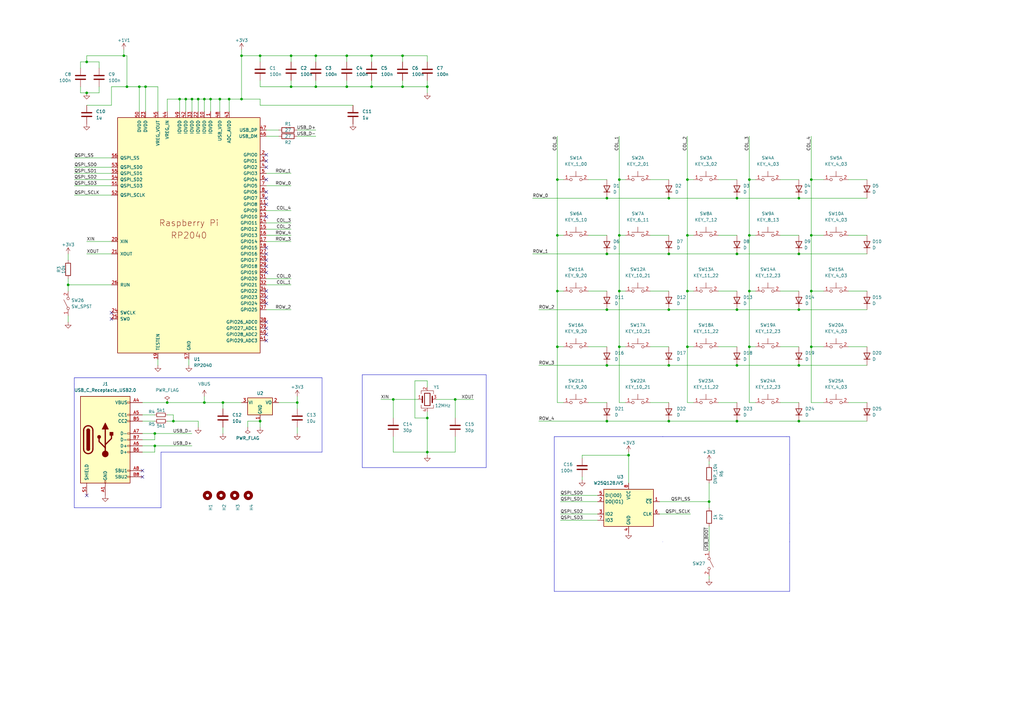
<source format=kicad_sch>
(kicad_sch (version 20230121) (generator eeschema)
  (paper "A3")
  (junction (at 332.74 73.66))
  (junction (at 57.15 35.56))
  (junction (at 59.69 35.56))
  (junction (at 254 73.66))
  (junction (at 78.74 40.64))
  (junction (at 175.26 171.45))
  (junction (at 257.81 186.69))
  (junction (at 35.56 38.1))
  (junction (at 71.12 172.72))
  (junction (at 302.26 127))
  (junction (at 281.94 96.52))
  (junction (at 76.2 40.64))
  (junction (at 228.6 142.24))
  (junction (at 121.92 165.1))
  (junction (at 86.36 40.64))
  (junction (at 327.66 81.28))
  (junction (at 165.1 35.56))
  (junction (at 254 96.52))
  (junction (at 73.66 40.64))
  (junction (at 99.06 22.86))
  (junction (at 106.68 172.72))
  (junction (at 119.38 22.86))
  (junction (at 35.56 25.4))
  (junction (at 63.5 177.8))
  (junction (at 175.26 35.56))
  (junction (at 281.94 142.24))
  (junction (at 90.17 40.64))
  (junction (at 175.26 185.42))
  (junction (at 274.32 172.72))
  (junction (at 302.26 172.72))
  (junction (at 186.69 163.83))
  (junction (at 254 142.24))
  (junction (at 327.66 127))
  (junction (at 119.38 35.56))
  (junction (at 83.82 40.64))
  (junction (at 274.32 127))
  (junction (at 254 119.38))
  (junction (at 302.26 149.86))
  (junction (at 327.66 104.14))
  (junction (at 50.8 22.86))
  (junction (at 307.34 119.38))
  (junction (at 152.4 22.86))
  (junction (at 332.74 119.38))
  (junction (at 327.66 149.86))
  (junction (at 302.26 81.28))
  (junction (at 142.24 35.56))
  (junction (at 68.58 165.1))
  (junction (at 129.54 35.56))
  (junction (at 281.94 73.66))
  (junction (at 52.07 35.56))
  (junction (at 228.6 119.38))
  (junction (at 27.94 116.84))
  (junction (at 142.24 22.86))
  (junction (at 165.1 22.86))
  (junction (at 91.44 165.1))
  (junction (at 307.34 142.24))
  (junction (at 248.92 81.28))
  (junction (at 93.98 40.64))
  (junction (at 81.28 40.64))
  (junction (at 129.54 22.86))
  (junction (at 248.92 149.86))
  (junction (at 307.34 96.52))
  (junction (at 274.32 149.86))
  (junction (at 248.92 104.14))
  (junction (at 152.4 35.56))
  (junction (at 228.6 96.52))
  (junction (at 332.74 96.52))
  (junction (at 228.6 73.66))
  (junction (at 248.92 127))
  (junction (at 327.66 172.72))
  (junction (at 161.29 163.83))
  (junction (at 248.92 172.72))
  (junction (at 274.32 81.28))
  (junction (at 290.83 205.74))
  (junction (at 302.26 104.14))
  (junction (at 274.32 104.14))
  (junction (at 281.94 119.38))
  (junction (at 307.34 73.66))
  (junction (at 332.74 142.24))
  (junction (at 83.82 165.1))
  (junction (at 106.68 22.86))
  (junction (at 99.06 40.64))
  (junction (at 63.5 182.88))
  (no_connect (at 109.22 137.16))
  (no_connect (at 109.22 119.38))
  (no_connect (at 109.22 63.5))
  (no_connect (at 109.22 111.76))
  (no_connect (at 109.22 109.22))
  (no_connect (at 109.22 66.04))
  (no_connect (at 109.22 68.58))
  (no_connect (at 109.22 73.66))
  (no_connect (at 109.22 88.9))
  (no_connect (at 109.22 132.08))
  (no_connect (at 35.56 203.2))
  (no_connect (at 109.22 83.82))
  (no_connect (at 109.22 78.74))
  (no_connect (at 58.42 193.04))
  (no_connect (at 45.72 128.27))
  (no_connect (at 109.22 139.7))
  (no_connect (at 109.22 106.68))
  (no_connect (at 58.42 195.58))
  (no_connect (at 109.22 104.14))
  (no_connect (at 109.22 101.6))
  (no_connect (at 109.22 81.28))
  (no_connect (at 109.22 121.92))
  (no_connect (at 109.22 124.46))
  (no_connect (at 109.22 134.62))
  (no_connect (at 45.72 130.81))
  (wire (pts (xy 281.94 165.1) (xy 284.48 165.1)))
  (wire (pts (xy 30.48 76.2) (xy 45.72 76.2)))
  (wire (pts (xy 302.26 172.72) (xy 327.66 172.72)))
  (wire (pts (xy 281.94 55.88) (xy 281.94 73.66)))
  (wire (pts (xy 165.1 35.56) (xy 175.26 35.56)))
  (polyline (pts (xy 227.33 242.57) (xy 323.85 242.57)))
  (wire (pts (xy 254 55.88) (xy 254 73.66)))
  (wire (pts (xy 58.42 170.18) (xy 63.5 170.18)))
  (wire (pts (xy 90.17 40.64) (xy 90.17 45.72)))
  (wire (pts (xy 57.15 35.56) (xy 57.15 45.72)))
  (wire (pts (xy 142.24 22.86) (xy 142.24 25.4)))
  (wire (pts (xy 266.7 142.24) (xy 274.32 142.24)))
  (wire (pts (xy 93.98 40.64) (xy 90.17 40.64)))
  (polyline (pts (xy 30.48 154.94) (xy 30.48 157.48)))
  (wire (pts (xy 320.04 142.24) (xy 327.66 142.24)))
  (wire (pts (xy 228.6 165.1) (xy 231.14 165.1)))
  (wire (pts (xy 307.34 96.52) (xy 307.34 119.38)))
  (wire (pts (xy 294.64 165.1) (xy 302.26 165.1)))
  (wire (pts (xy 266.7 96.52) (xy 274.32 96.52)))
  (wire (pts (xy 241.3 96.52) (xy 248.92 96.52)))
  (wire (pts (xy 63.5 177.8) (xy 78.74 177.8)))
  (wire (pts (xy 332.74 55.88) (xy 332.74 73.66)))
  (wire (pts (xy 307.34 73.66) (xy 307.34 96.52)))
  (polyline (pts (xy 271.78 222.25) (xy 271.78 222.25)))
  (wire (pts (xy 99.06 40.64) (xy 106.68 40.64)))
  (wire (pts (xy 52.07 35.56) (xy 57.15 35.56)))
  (wire (pts (xy 30.48 68.58) (xy 45.72 68.58)))
  (wire (pts (xy 347.98 165.1) (xy 355.6 165.1)))
  (wire (pts (xy 58.42 165.1) (xy 68.58 165.1)))
  (wire (pts (xy 307.34 96.52) (xy 309.88 96.52)))
  (wire (pts (xy 33.02 27.94) (xy 33.02 25.4)))
  (wire (pts (xy 281.94 73.66) (xy 284.48 73.66)))
  (wire (pts (xy 332.74 165.1) (xy 337.82 165.1)))
  (wire (pts (xy 78.74 45.72) (xy 78.74 40.64)))
  (wire (pts (xy 161.29 185.42) (xy 175.26 185.42)))
  (wire (pts (xy 245.11 203.2) (xy 229.87 203.2)))
  (wire (pts (xy 58.42 180.34) (xy 63.5 180.34)))
  (wire (pts (xy 257.81 186.69) (xy 257.81 198.12)))
  (wire (pts (xy 347.98 142.24) (xy 355.6 142.24)))
  (wire (pts (xy 81.28 172.72) (xy 81.28 175.26)))
  (wire (pts (xy 332.74 142.24) (xy 332.74 165.1)))
  (wire (pts (xy 63.5 182.88) (xy 78.74 182.88)))
  (wire (pts (xy 40.64 25.4) (xy 40.64 27.94)))
  (wire (pts (xy 68.58 40.64) (xy 73.66 40.64)))
  (wire (pts (xy 337.82 119.38) (xy 332.74 119.38)))
  (wire (pts (xy 254 96.52) (xy 254 119.38)))
  (wire (pts (xy 106.68 22.86) (xy 119.38 22.86)))
  (wire (pts (xy 218.44 104.14) (xy 248.92 104.14)))
  (wire (pts (xy 58.42 185.42) (xy 63.5 185.42)))
  (polyline (pts (xy 227.33 222.25) (xy 227.33 242.57)))
  (wire (pts (xy 99.06 22.86) (xy 106.68 22.86)))
  (wire (pts (xy 27.94 129.54) (xy 27.94 132.08)))
  (wire (pts (xy 165.1 22.86) (xy 175.26 22.86)))
  (wire (pts (xy 109.22 53.34) (xy 114.3 53.34)))
  (wire (pts (xy 119.38 22.86) (xy 119.38 25.4)))
  (wire (pts (xy 294.64 96.52) (xy 302.26 96.52)))
  (wire (pts (xy 71.12 172.72) (xy 68.58 172.72)))
  (polyline (pts (xy 323.85 222.25) (xy 323.85 222.25)))
  (wire (pts (xy 106.68 43.18) (xy 144.78 43.18)))
  (wire (pts (xy 68.58 170.18) (xy 71.12 170.18)))
  (polyline (pts (xy 199.39 191.77) (xy 199.39 153.67)))
  (wire (pts (xy 27.94 104.14) (xy 27.94 106.68)))
  (wire (pts (xy 327.66 172.72) (xy 355.6 172.72)))
  (wire (pts (xy 152.4 22.86) (xy 165.1 22.86)))
  (wire (pts (xy 274.32 127) (xy 302.26 127)))
  (wire (pts (xy 175.26 156.21) (xy 170.18 156.21)))
  (wire (pts (xy 109.22 99.06) (xy 119.38 99.06)))
  (wire (pts (xy 248.92 172.72) (xy 274.32 172.72)))
  (wire (pts (xy 109.22 127) (xy 119.38 127)))
  (polyline (pts (xy 323.85 190.5) (xy 323.85 214.63)))
  (wire (pts (xy 119.38 35.56) (xy 129.54 35.56)))
  (wire (pts (xy 64.77 35.56) (xy 64.77 45.72)))
  (wire (pts (xy 274.32 149.86) (xy 302.26 149.86)))
  (wire (pts (xy 186.69 163.83) (xy 194.31 163.83)))
  (wire (pts (xy 347.98 119.38) (xy 355.6 119.38)))
  (polyline (pts (xy 148.59 191.77) (xy 199.39 191.77)))
  (wire (pts (xy 186.69 179.07) (xy 186.69 185.42)))
  (wire (pts (xy 77.47 147.32) (xy 77.47 149.86)))
  (wire (pts (xy 109.22 55.88) (xy 114.3 55.88)))
  (polyline (pts (xy 271.78 179.07) (xy 322.58 179.07)))
  (wire (pts (xy 238.76 186.69) (xy 238.76 187.96)))
  (wire (pts (xy 58.42 177.8) (xy 63.5 177.8)))
  (polyline (pts (xy 66.04 208.28) (xy 66.04 185.42)))
  (wire (pts (xy 86.36 40.64) (xy 90.17 40.64)))
  (wire (pts (xy 52.07 35.56) (xy 52.07 22.86)))
  (wire (pts (xy 254 119.38) (xy 254 142.24)))
  (wire (pts (xy 218.44 81.28) (xy 248.92 81.28)))
  (polyline (pts (xy 323.85 179.07) (xy 323.85 190.5)))
  (wire (pts (xy 121.92 162.56) (xy 121.92 165.1)))
  (wire (pts (xy 33.02 38.1) (xy 35.56 38.1)))
  (wire (pts (xy 257.81 186.69) (xy 238.76 186.69)))
  (wire (pts (xy 245.11 213.36) (xy 229.87 213.36)))
  (wire (pts (xy 294.64 73.66) (xy 302.26 73.66)))
  (wire (pts (xy 281.94 73.66) (xy 281.94 96.52)))
  (wire (pts (xy 106.68 172.72) (xy 106.68 175.26)))
  (wire (pts (xy 121.92 165.1) (xy 121.92 167.64)))
  (wire (pts (xy 93.98 40.64) (xy 93.98 45.72)))
  (wire (pts (xy 302.26 127) (xy 327.66 127)))
  (wire (pts (xy 76.2 45.72) (xy 76.2 40.64)))
  (wire (pts (xy 294.64 142.24) (xy 302.26 142.24)))
  (wire (pts (xy 281.94 96.52) (xy 281.94 119.38)))
  (wire (pts (xy 142.24 35.56) (xy 152.4 35.56)))
  (wire (pts (xy 347.98 96.52) (xy 355.6 96.52)))
  (wire (pts (xy 99.06 40.64) (xy 93.98 40.64)))
  (wire (pts (xy 175.26 33.02) (xy 175.26 35.56)))
  (wire (pts (xy 109.22 91.44) (xy 119.38 91.44)))
  (wire (pts (xy 332.74 119.38) (xy 332.74 142.24)))
  (wire (pts (xy 248.92 127) (xy 274.32 127)))
  (wire (pts (xy 281.94 142.24) (xy 284.48 142.24)))
  (wire (pts (xy 171.45 163.83) (xy 161.29 163.83)))
  (wire (pts (xy 175.26 185.42) (xy 186.69 185.42)))
  (wire (pts (xy 68.58 165.1) (xy 83.82 165.1)))
  (wire (pts (xy 76.2 40.64) (xy 78.74 40.64)))
  (wire (pts (xy 35.56 104.14) (xy 45.72 104.14)))
  (wire (pts (xy 241.3 73.66) (xy 248.92 73.66)))
  (wire (pts (xy 220.98 149.86) (xy 248.92 149.86)))
  (wire (pts (xy 83.82 45.72) (xy 83.82 40.64)))
  (wire (pts (xy 327.66 81.28) (xy 302.26 81.28)))
  (wire (pts (xy 30.48 64.77) (xy 45.72 64.77)))
  (wire (pts (xy 254 96.52) (xy 256.54 96.52)))
  (wire (pts (xy 52.07 22.86) (xy 50.8 22.86)))
  (wire (pts (xy 254 73.66) (xy 254 96.52)))
  (wire (pts (xy 156.21 163.83) (xy 161.29 163.83)))
  (polyline (pts (xy 132.08 154.94) (xy 30.48 154.94)))
  (wire (pts (xy 91.44 175.26) (xy 91.44 177.8)))
  (wire (pts (xy 109.22 116.84) (xy 119.38 116.84)))
  (wire (pts (xy 175.26 35.56) (xy 175.26 38.1)))
  (polyline (pts (xy 132.08 185.42) (xy 132.08 154.94)))
  (wire (pts (xy 121.92 55.88) (xy 129.54 55.88)))
  (wire (pts (xy 327.66 149.86) (xy 355.6 149.86)))
  (wire (pts (xy 30.48 71.12) (xy 45.72 71.12)))
  (wire (pts (xy 307.34 142.24) (xy 307.34 165.1)))
  (wire (pts (xy 106.68 25.4) (xy 106.68 22.86)))
  (wire (pts (xy 175.26 171.45) (xy 175.26 185.42)))
  (wire (pts (xy 165.1 22.86) (xy 165.1 25.4)))
  (wire (pts (xy 68.58 45.72) (xy 68.58 40.64)))
  (wire (pts (xy 270.51 205.74) (xy 290.83 205.74)))
  (wire (pts (xy 109.22 86.36) (xy 119.38 86.36)))
  (wire (pts (xy 347.98 73.66) (xy 355.6 73.66)))
  (wire (pts (xy 33.02 35.56) (xy 33.02 38.1)))
  (polyline (pts (xy 30.48 157.48) (xy 30.48 208.28)))
  (wire (pts (xy 30.48 73.66) (xy 45.72 73.66)))
  (wire (pts (xy 106.68 40.64) (xy 106.68 43.18)))
  (wire (pts (xy 109.22 96.52) (xy 119.38 96.52)))
  (wire (pts (xy 33.02 25.4) (xy 35.56 25.4)))
  (wire (pts (xy 266.7 119.38) (xy 274.32 119.38)))
  (wire (pts (xy 119.38 33.02) (xy 119.38 35.56)))
  (wire (pts (xy 27.94 116.84) (xy 27.94 119.38)))
  (wire (pts (xy 179.07 163.83) (xy 186.69 163.83)))
  (wire (pts (xy 274.32 172.72) (xy 302.26 172.72)))
  (wire (pts (xy 35.56 22.86) (xy 50.8 22.86)))
  (wire (pts (xy 35.56 99.06) (xy 45.72 99.06)))
  (wire (pts (xy 327.66 104.14) (xy 355.6 104.14)))
  (polyline (pts (xy 148.59 153.67) (xy 199.39 153.67)))
  (wire (pts (xy 241.3 119.38) (xy 248.92 119.38)))
  (wire (pts (xy 161.29 163.83) (xy 161.29 171.45)))
  (wire (pts (xy 109.22 93.98) (xy 119.38 93.98)))
  (polyline (pts (xy 148.59 153.67) (xy 148.59 191.77)))
  (wire (pts (xy 248.92 81.28) (xy 274.32 81.28)))
  (wire (pts (xy 121.92 175.26) (xy 121.92 177.8)))
  (polyline (pts (xy 30.48 208.28) (xy 66.04 208.28)))
  (wire (pts (xy 307.34 55.88) (xy 307.34 73.66)))
  (wire (pts (xy 73.66 45.72) (xy 73.66 40.64)))
  (wire (pts (xy 307.34 165.1) (xy 309.88 165.1)))
  (wire (pts (xy 332.74 142.24) (xy 337.82 142.24)))
  (wire (pts (xy 129.54 22.86) (xy 129.54 25.4)))
  (wire (pts (xy 254 119.38) (xy 256.54 119.38)))
  (wire (pts (xy 63.5 185.42) (xy 63.5 182.88)))
  (wire (pts (xy 109.22 71.12) (xy 119.38 71.12)))
  (wire (pts (xy 254 73.66) (xy 256.54 73.66)))
  (wire (pts (xy 290.83 189.23) (xy 290.83 190.5)))
  (wire (pts (xy 320.04 165.1) (xy 327.66 165.1)))
  (polyline (pts (xy 271.78 179.07) (xy 271.78 179.07)))
  (wire (pts (xy 101.6 172.72) (xy 106.68 172.72)))
  (wire (pts (xy 27.94 114.3) (xy 27.94 116.84)))
  (wire (pts (xy 101.6 175.26) (xy 101.6 172.72)))
  (wire (pts (xy 248.92 104.14) (xy 274.32 104.14)))
  (wire (pts (xy 327.66 81.28) (xy 355.6 81.28)))
  (wire (pts (xy 281.94 119.38) (xy 284.48 119.38)))
  (wire (pts (xy 228.6 119.38) (xy 228.6 142.24)))
  (wire (pts (xy 332.74 73.66) (xy 332.74 96.52)))
  (wire (pts (xy 170.18 156.21) (xy 170.18 171.45)))
  (wire (pts (xy 121.92 53.34) (xy 129.54 53.34)))
  (wire (pts (xy 332.74 96.52) (xy 337.82 96.52)))
  (wire (pts (xy 27.94 116.84) (xy 45.72 116.84)))
  (wire (pts (xy 302.26 104.14) (xy 327.66 104.14)))
  (wire (pts (xy 57.15 35.56) (xy 59.69 35.56)))
  (wire (pts (xy 78.74 40.64) (xy 81.28 40.64)))
  (wire (pts (xy 283.21 210.82) (xy 270.51 210.82)))
  (wire (pts (xy 175.26 22.86) (xy 175.26 25.4)))
  (polyline (pts (xy 323.85 242.57) (xy 323.85 222.25)))
  (wire (pts (xy 254 142.24) (xy 256.54 142.24)))
  (wire (pts (xy 281.94 142.24) (xy 281.94 165.1)))
  (wire (pts (xy 175.26 185.42) (xy 175.26 186.69)))
  (wire (pts (xy 320.04 73.66) (xy 327.66 73.66)))
  (wire (pts (xy 170.18 171.45) (xy 175.26 171.45)))
  (wire (pts (xy 165.1 33.02) (xy 165.1 35.56)))
  (wire (pts (xy 35.56 25.4) (xy 35.56 22.86)))
  (wire (pts (xy 45.72 35.56) (xy 45.72 43.18)))
  (wire (pts (xy 152.4 33.02) (xy 152.4 35.56)))
  (wire (pts (xy 35.56 43.18) (xy 45.72 43.18)))
  (wire (pts (xy 307.34 119.38) (xy 309.88 119.38)))
  (wire (pts (xy 45.72 35.56) (xy 52.07 35.56)))
  (wire (pts (xy 152.4 35.56) (xy 165.1 35.56)))
  (wire (pts (xy 50.8 20.32) (xy 50.8 22.86)))
  (wire (pts (xy 228.6 73.66) (xy 228.6 96.52)))
  (wire (pts (xy 106.68 33.02) (xy 106.68 35.56)))
  (polyline (pts (xy 66.04 185.42) (xy 132.08 185.42)))
  (wire (pts (xy 248.92 149.86) (xy 274.32 149.86)))
  (wire (pts (xy 129.54 35.56) (xy 142.24 35.56)))
  (polyline (pts (xy 227.33 222.25) (xy 227.33 179.07)))
  (wire (pts (xy 294.64 119.38) (xy 302.26 119.38)))
  (wire (pts (xy 332.74 73.66) (xy 337.82 73.66)))
  (wire (pts (xy 63.5 180.34) (xy 63.5 177.8)))
  (wire (pts (xy 302.26 149.86) (xy 327.66 149.86)))
  (wire (pts (xy 99.06 22.86) (xy 99.06 40.64)))
  (wire (pts (xy 245.11 205.74) (xy 229.87 205.74)))
  (wire (pts (xy 290.83 215.9) (xy 290.83 226.06)))
  (wire (pts (xy 281.94 96.52) (xy 284.48 96.52)))
  (wire (pts (xy 129.54 22.86) (xy 142.24 22.86)))
  (wire (pts (xy 83.82 165.1) (xy 91.44 165.1)))
  (wire (pts (xy 35.56 38.1) (xy 40.64 38.1)))
  (wire (pts (xy 274.32 104.14) (xy 302.26 104.14)))
  (wire (pts (xy 83.82 40.64) (xy 86.36 40.64)))
  (wire (pts (xy 86.36 45.72) (xy 86.36 40.64)))
  (wire (pts (xy 274.32 81.28) (xy 302.26 81.28)))
  (wire (pts (xy 71.12 172.72) (xy 81.28 172.72)))
  (wire (pts (xy 91.44 165.1) (xy 99.06 165.1)))
  (wire (pts (xy 228.6 119.38) (xy 231.14 119.38)))
  (wire (pts (xy 228.6 142.24) (xy 231.14 142.24)))
  (wire (pts (xy 83.82 162.56) (xy 83.82 165.1)))
  (wire (pts (xy 73.66 40.64) (xy 76.2 40.64)))
  (wire (pts (xy 71.12 170.18) (xy 71.12 172.72)))
  (wire (pts (xy 129.54 33.02) (xy 129.54 35.56)))
  (wire (pts (xy 175.26 171.45) (xy 175.26 168.91)))
  (wire (pts (xy 228.6 55.88) (xy 228.6 73.66)))
  (wire (pts (xy 290.83 205.74) (xy 290.83 208.28)))
  (wire (pts (xy 142.24 22.86) (xy 152.4 22.86)))
  (wire (pts (xy 281.94 119.38) (xy 281.94 142.24)))
  (wire (pts (xy 186.69 163.83) (xy 186.69 171.45)))
  (wire (pts (xy 59.69 35.56) (xy 64.77 35.56)))
  (wire (pts (xy 109.22 114.3) (xy 119.38 114.3)))
  (polyline (pts (xy 322.58 179.07) (xy 323.85 179.07)))
  (wire (pts (xy 266.7 73.66) (xy 274.32 73.66)))
  (wire (pts (xy 290.83 236.22) (xy 290.83 237.49)))
  (wire (pts (xy 320.04 119.38) (xy 327.66 119.38)))
  (wire (pts (xy 290.83 198.12) (xy 290.83 205.74)))
  (polyline (pts (xy 323.85 214.63) (xy 323.85 222.25)))
  (wire (pts (xy 238.76 195.58) (xy 238.76 196.85)))
  (wire (pts (xy 241.3 165.1) (xy 248.92 165.1)))
  (wire (pts (xy 152.4 22.86) (xy 152.4 25.4)))
  (wire (pts (xy 220.98 172.72) (xy 248.92 172.72)))
  (wire (pts (xy 257.81 185.42) (xy 257.81 186.69)))
  (wire (pts (xy 228.6 142.24) (xy 228.6 165.1)))
  (wire (pts (xy 106.68 35.56) (xy 119.38 35.56)))
  (wire (pts (xy 266.7 165.1) (xy 274.32 165.1)))
  (wire (pts (xy 64.77 147.32) (xy 64.77 149.86)))
  (wire (pts (xy 228.6 73.66) (xy 231.14 73.66)))
  (wire (pts (xy 327.66 127) (xy 355.6 127)))
  (polyline (pts (xy 271.78 179.07) (xy 227.33 179.07)))
  (wire (pts (xy 91.44 167.64) (xy 91.44 165.1)))
  (wire (pts (xy 109.22 76.2) (xy 119.38 76.2)))
  (wire (pts (xy 241.3 142.24) (xy 248.92 142.24)))
  (wire (pts (xy 81.28 40.64) (xy 83.82 40.64)))
  (wire (pts (xy 220.98 127) (xy 248.92 127)))
  (wire (pts (xy 161.29 179.07) (xy 161.29 185.42)))
  (wire (pts (xy 40.64 35.56) (xy 40.64 38.1)))
  (wire (pts (xy 254 142.24) (xy 254 165.1)))
  (wire (pts (xy 35.56 25.4) (xy 40.64 25.4)))
  (wire (pts (xy 114.3 165.1) (xy 121.92 165.1)))
  (wire (pts (xy 307.34 73.66) (xy 309.88 73.66)))
  (wire (pts (xy 58.42 182.88) (xy 63.5 182.88)))
  (wire (pts (xy 119.38 22.86) (xy 129.54 22.86)))
  (wire (pts (xy 245.11 210.82) (xy 229.87 210.82)))
  (wire (pts (xy 58.42 172.72) (xy 63.5 172.72)))
  (wire (pts (xy 332.74 96.52) (xy 332.74 119.38)))
  (wire (pts (xy 254 165.1) (xy 256.54 165.1)))
  (wire (pts (xy 228.6 96.52) (xy 231.14 96.52)))
  (wire (pts (xy 307.34 142.24) (xy 309.88 142.24)))
  (wire (pts (xy 175.26 158.75) (xy 175.26 156.21)))
  (wire (pts (xy 59.69 35.56) (xy 59.69 45.72)))
  (wire (pts (xy 320.04 96.52) (xy 327.66 96.52)))
  (wire (pts (xy 81.28 45.72) (xy 81.28 40.64)))
  (wire (pts (xy 307.34 119.38) (xy 307.34 142.24)))
  (wire (pts (xy 228.6 96.52) (xy 228.6 119.38)))
  (wire (pts (xy 142.24 33.02) (xy 142.24 35.56)))
  (wire (pts (xy 99.06 20.32) (xy 99.06 22.86)))
  (wire (pts (xy 30.48 80.01) (xy 45.72 80.01)))
  (label "COL_4" (at 332.74 55.88 270))
  (label "ROW_2" (at 220.98 127 0))
  (label "ROW_0" (at 218.44 81.28 0))
  (label "COL_0" (at 119.38 114.3 180))
  (label "COL_2" (at 119.38 93.98 180))
  (label "QSPI_SCLK" (at 30.48 80.01 0))
  (label "QSPI_SS" (at 283.21 205.74 180))
  (label "ROW_0" (at 119.38 76.2 180))
  (label "XIN" (at 156.21 163.83 0))
  (label "ROW_3" (at 119.38 99.06 180))
  (label "COL_3" (at 119.38 91.44 180))
  (label "USB_D-" (at 129.54 55.88 180))
  (label "XIN" (at 35.56 99.06 0))
  (label "QSPI_SD1" (at 229.87 205.74 0))
  (label "USB_D-" (at 78.74 177.8 180))
  (label "USB_D+" (at 78.74 182.88 180))
  (label "QSPI_SD3" (at 30.48 76.2 0))
  (label "XOUT" (at 194.31 163.83 180))
  (label "QSPI_SD2" (at 229.87 210.82 0))
  (label "ROW_3" (at 220.98 149.86 0))
  (label "QSPI_SD0" (at 229.87 203.2 0))
  (label "COL_0" (at 228.6 55.88 270))
  (label "QSPI_SD0" (at 30.48 68.58 0))
  (label "QSPI_SD2" (at 30.48 73.66 0))
  (label "ROW_1" (at 119.38 71.12 180))
  (label "ROW_1" (at 218.44 104.14 0))
  (label "QSPI_SS" (at 30.48 64.77 0))
  (label "QSPI_SD3" (at 229.87 213.36 0))
  (label "QSPI_SD1" (at 30.48 71.12 0))
  (label "QSPI_SCLK" (at 283.21 210.82 180))
  (label "ROW_2" (at 119.38 127 180))
  (label "~{USB_BOOT}" (at 290.83 226.06 90))
  (label "COL_4" (at 119.38 86.36 180))
  (label "ROW_4" (at 220.98 172.72 0))
  (label "COL_1" (at 254 55.88 270))
  (label "COL_3" (at 307.34 55.88 270))
  (label "COL_2" (at 281.94 55.88 270))
  (label "COL_1" (at 119.38 116.84 180))
  (label "USB_D+" (at 129.54 53.34 180))
  (label "XOUT" (at 35.56 104.14 0))
  (label "ROW_4" (at 119.38 96.52 180))
  (symbol (lib_id "keebio:MX_LED") (at 236.22 165.1 0) (unit 1)
    (property "Reference" "SW21" (at 236.22 156.21 0))
    (property "Value" "KEY_9_20" (at 236.22 158.75 0))
    (property "Footprint" "Button_Switch_Keyboard:SW_Cherry_MX_1.00u_PCB_UPDATED_FOOTPRINT_RIGHT_PIN_ASSIGNMENT" (effects hide))
  )
  (symbol (lib_id "Memory_Flash:W25Q128JVS") (at 257.81 208.28 0) (mirror y) (unit 1)
    (property "Reference" "U3" (at 255.7906 195.58 0) (effects (justify left)))
    (property "Value" "W25Q128JVS" (at 255.7906 198.12 0) (effects (justify left)))
    (property "Footprint" "Package_SO:SOIC-8_5.23x5.23mm_P1.27mm" (effects hide))
    (property "Datasheet" "http://www.winbond.com/resource-files/w25q128jv_dtr%20revc%2003272018%20plus.pdf" (effects hide))
  )
  (symbol (lib_id "Device:R_Small") (at 66.04 172.72 90) (mirror x) (unit 1)
    (property "Reference" "R5" (at 62.23 173.99 90))
    (property "Value" "5k1" (at 66.04 174.625 90))
    (property "Footprint" "Resistor_SMD:R_0402_1005Metric" (effects hide))
  )
  (symbol (lib_id "keebio:MX_LED") (at 314.96 119.38 0) (unit 1)
    (property "Reference" "SW14" (at 314.96 110.49 0))
    (property "Value" "KEY_12_23" (at 314.96 113.03 0))
    (property "Footprint" "Button_Switch_Keyboard:SW_Cherry_MX_1.00u_PCB_UPDATED_FOOTPRINT_RIGHT_PIN_ASSIGNMENT" (effects hide))
  )
  (symbol (lib_id "Device:D") (at 355.6 168.91 90) (unit 1)
    (property "Reference" "D25" (at 357.759 167.6399 90) (effects (justify right)))
    (property "Value" "D" (at 357.759 170.1799 90) (effects (justify right)))
    (property "Footprint" "Diode_SMD:D_SOD-123" (effects hide))
  )
  (symbol (lib_id "Device:C") (at 186.69 175.26 0) (unit 1)
    (property "Reference" "C15" (at 190.627 173.9899 0) (effects (justify left)))
    (property "Value" "30p" (at 190.627 176.5299 0) (effects (justify left)))
    (property "Footprint" "Capacitor_SMD:C_0402_1005Metric" (effects hide))
  )
  (symbol (lib_id "Device:C") (at 33.02 31.75 0) (mirror x) (unit 1)
    (property "Reference" "C8" (at 29.21 30.4799 0) (effects (justify right)))
    (property "Value" "100n" (at 29.21 33.0199 0) (effects (justify right)))
    (property "Footprint" "Capacitor_SMD:C_0402_1005Metric" (effects hide))
  )
  (symbol (lib_id "Device:C") (at 161.29 175.26 0) (unit 1)
    (property "Reference" "C14" (at 165.227 173.9899 0) (effects (justify left)))
    (property "Value" "30p" (at 165.227 176.5299 0) (effects (justify left)))
    (property "Footprint" "Capacitor_SMD:C_0402_1005Metric" (effects hide))
  )
  (symbol (lib_id "Device:C") (at 175.26 29.21 0) (unit 1)
    (property "Reference" "C7" (at 179.07 27.9399 0) (effects (justify left)))
    (property "Value" "100n" (at 179.07 30.4799 0) (effects (justify left)))
    (property "Footprint" "Capacitor_SMD:C_0402_1005Metric" (effects hide))
  )
  (symbol (lib_id "Mechanical:MountingHole") (at 96.266 203.2 270) (unit 1)
    (property "Reference" "H3" (at 97.5361 206.756 0) (effects (justify left)))
    (property "Value" "MountingHole" (effects hide))
    (property "Footprint" "MountingHole:MountingHole_2.2mm_M2" (effects hide))
  )
  (symbol (lib_id "power:GND") (at 175.26 38.1 0) (unit 1)
    (property "Reference" "#PWR04" (effects hide))
    (property "Value" "GND" (effects hide))
  )
  (symbol (lib_id "Device:D") (at 302.26 77.47 90) (unit 1)
    (property "Reference" "D3" (at 304.8 76.1999 90) (effects (justify right)))
    (property "Value" "D" (at 304.8 78.7399 90) (effects (justify right)))
    (property "Footprint" "Diode_SMD:D_SOD-123" (effects hide))
  )
  (symbol (lib_id "power:GND") (at 43.18 203.2 0) (unit 1)
    (property "Reference" "#PWR017" (effects hide))
    (property "Value" "GND" (effects hide))
  )
  (symbol (lib_id "keebio:MX_LED") (at 261.62 96.52 0) (unit 1)
    (property "Reference" "SW7" (at 261.62 87.63 0))
    (property "Value" "KEY_6_11" (at 261.62 90.17 0))
    (property "Footprint" "Button_Switch_Keyboard:SW_Cherry_MX_1.00u_PCB_UPDATED_FOOTPRINT_RIGHT_PIN_ASSIGNMENT" (effects hide))
  )
  (symbol (lib_id "power:+3V3") (at 27.94 104.14 0) (unit 1)
    (property "Reference" "#PWR07" (effects hide))
    (property "Value" "+3V3" (at 27.94 100.33 0))
  )
  (symbol (lib_id "keebio:MX_LED") (at 289.56 142.24 0) (unit 1)
    (property "Reference" "SW18" (at 289.56 133.35 0))
    (property "Value" "KEY_11_22" (at 289.56 135.89 0))
    (property "Footprint" "Button_Switch_Keyboard:SW_Cherry_MX_1.00u_PCB_UPDATED_FOOTPRINT_RIGHT_PIN_ASSIGNMENT" (effects hide))
  )
  (symbol (lib_id "Device:D") (at 248.92 168.91 90) (unit 1)
    (property "Reference" "D21" (at 252.095 167.6399 90) (effects (justify right)))
    (property "Value" "D" (at 252.095 170.1799 90) (effects (justify right)))
    (property "Footprint" "Diode_SMD:D_SOD-123" (effects hide))
  )
  (symbol (lib_id "Device:R") (at 118.11 53.34 90) (unit 1)
    (property "Reference" "R1" (at 118.11 50.8 90))
    (property "Value" "27" (at 118.11 53.34 90))
    (property "Footprint" "Resistor_SMD:R_0603_1608Metric" (effects hide))
  )
  (symbol (lib_id "keebio:MX_LED") (at 236.22 119.38 0) (unit 1)
    (property "Reference" "SW11" (at 236.22 110.49 0))
    (property "Value" "KEY_9_20" (at 236.22 113.03 0))
    (property "Footprint" "Button_Switch_Keyboard:SW_Cherry_MX_1.00u_PCB_UPDATED_FOOTPRINT_RIGHT_PIN_ASSIGNMENT" (effects hide))
  )
  (symbol (lib_id "Device:C") (at 144.78 46.99 0) (unit 1)
    (property "Reference" "C11" (at 148.59 45.7199 0) (effects (justify left)))
    (property "Value" "1u" (at 148.59 48.2599 0) (effects (justify left)))
    (property "Footprint" "Capacitor_SMD:C_0402_1005Metric" (effects hide))
  )
  (symbol (lib_id "keebio:MX_LED") (at 261.62 73.66 0) (unit 1)
    (property "Reference" "SW2" (at 261.62 64.77 0))
    (property "Value" "KEY_2_01" (at 261.62 67.31 0))
    (property "Footprint" "Button_Switch_Keyboard:SW_Cherry_MX_1.00u_PCB_UPDATED_FOOTPRINT_RIGHT_PIN_ASSIGNMENT" (effects hide))
  )
  (symbol (lib_id "power:+3V3") (at 99.06 20.32 0) (unit 1)
    (property "Reference" "#PWR02" (effects hide))
    (property "Value" "+3V3" (at 99.06 16.51 0))
  )
  (symbol (lib_id "power:GND") (at 77.47 149.86 0) (unit 1)
    (property "Reference" "#PWR010" (effects hide))
    (property "Value" "GND" (effects hide))
  )
  (symbol (lib_id "keebio:MX_LED") (at 314.96 96.52 0) (unit 1)
    (property "Reference" "SW9" (at 314.96 87.63 0))
    (property "Value" "KEY_8_13" (at 314.96 90.17 0))
    (property "Footprint" "Button_Switch_Keyboard:SW_Cherry_MX_1.00u_PCB_UPDATED_FOOTPRINT_RIGHT_PIN_ASSIGNMENT" (effects hide))
  )
  (symbol (lib_id "keebio:MX_LED") (at 289.56 119.38 0) (unit 1)
    (property "Reference" "SW13" (at 289.56 110.49 0))
    (property "Value" "KEY_11_22" (at 289.56 113.03 0))
    (property "Footprint" "Button_Switch_Keyboard:SW_Cherry_MX_1.00u_PCB_UPDATED_FOOTPRINT_RIGHT_PIN_ASSIGNMENT" (effects hide))
  )
  (symbol (lib_id "power:VBUS") (at 83.82 162.56 0) (unit 1)
    (property "Reference" "#PWR011" (effects hide))
    (property "Value" "VBUS" (at 83.82 157.48 0))
  )
  (symbol (lib_id "Connector:USB_C_Receptacle_USB2.0") (at 43.18 180.34 0) (unit 1)
    (property "Reference" "J1" (at 43.18 157.48 0))
    (property "Value" "USB_C_Receptacle_USB2.0" (at 43.18 160.02 0))
    (property "Footprint" "Connector_USB:USB_C_Receptacle_XKB_U262-16XN-4BVC11" (effects hide))
    (property "Datasheet" "https://www.usb.org/sites/default/files/documents/usb_type-c.zip" (effects hide))
  )
  (symbol (lib_id "Switch:SW_SPST") (at 290.83 231.14 270) (unit 1)
    (property "Reference" "SW27" (at 289.306 231.14 90) (effects (justify right)))
    (property "Value" "SW_SPST" (effects hide))
    (property "Footprint" "Button_Switch_SMD:SW_Push_1P1T_XKB_TS-1187A" (effects hide))
  )
  (symbol (lib_id "power:+1V1") (at 50.8 20.32 0) (unit 1)
    (property "Reference" "#PWR01" (effects hide))
    (property "Value" "+1V1" (at 50.8 16.51 0))
  )
  (symbol (lib_id "power:GND") (at 144.78 50.8 0) (unit 1)
    (property "Reference" "#PWR06" (effects hide))
    (property "Value" "GND" (effects hide))
  )
  (symbol (lib_id "Device:Crystal_GND24") (at 175.26 163.83 0) (unit 1)
    (property "Reference" "Y1" (at 179.07 158.75 0))
    (property "Value" "12MHz" (at 181.61 166.37 0))
    (property "Footprint" "Crystal:Crystal_SMD_3225-4Pin_3.2x2.5mm" (effects hide))
  )
  (symbol (lib_id "Regulator_Linear:NCP1117-3.3_SOT223") (at 106.68 165.1 0) (unit 1)
    (property "Reference" "U2" (at 106.68 161.29 0))
    (property "Value" "NCP1117-3.3_SOT223" (effects hide))
    (property "Footprint" "Package_TO_SOT_SMD:SOT-223-3_TabPin2" (effects hide))
    (property "Datasheet" "http://www.onsemi.com/pub_link/Collateral/NCP1117-D.PDF" (effects hide))
  )
  (symbol (lib_id "power:GND") (at 35.56 50.8 0) (unit 1)
    (property "Reference" "#PWR05" (effects hide))
    (property "Value" "GND" (effects hide))
  )
  (symbol (lib_id "Device:C") (at 40.64 31.75 0) (unit 1)
    (property "Reference" "C9" (at 44.45 30.4799 0) (effects (justify left)))
    (property "Value" "100n" (at 44.45 33.0199 0) (effects (justify left)))
    (property "Footprint" "Capacitor_SMD:C_0402_1005Metric" (effects hide))
  )
  (symbol (lib_id "keebio:MX_LED") (at 314.96 165.1 0) (unit 1)
    (property "Reference" "SW24" (at 314.96 156.21 0))
    (property "Value" "KEY_12_23" (at 314.96 158.75 0))
    (property "Footprint" "Button_Switch_Keyboard:SW_Cherry_MX_1.00u_PCB_UPDATED_FOOTPRINT_RIGHT_PIN_ASSIGNMENT" (effects hide))
  )
  (symbol (lib_id "power:+3V3") (at 290.83 189.23 0) (mirror y) (unit 1)
    (property "Reference" "#PWR020" (effects hide))
    (property "Value" "+3V3" (at 290.83 185.42 0))
  )
  (symbol (lib_id "Device:D") (at 302.26 123.19 90) (unit 1)
    (property "Reference" "D13" (at 304.8 121.9199 90) (effects (justify right)))
    (property "Value" "D" (at 304.8 124.4599 90) (effects (justify right)))
    (property "Footprint" "Diode_SMD:D_SOD-123" (effects hide))
  )
  (symbol (lib_id "Device:D") (at 327.66 123.19 90) (unit 1)
    (property "Reference" "D14" (at 330.2 121.9199 90) (effects (justify right)))
    (property "Value" "D" (at 330.2 124.4599 90) (effects (justify right)))
    (property "Footprint" "Diode_SMD:D_SOD-123" (effects hide))
  )
  (symbol (lib_id "keebio:MX_LED") (at 261.62 119.38 0) (unit 1)
    (property "Reference" "SW12" (at 261.62 110.49 0))
    (property "Value" "KEY_10_21" (at 261.62 113.03 0))
    (property "Footprint" "Button_Switch_Keyboard:SW_Cherry_MX_1.00u_PCB_UPDATED_FOOTPRINT_RIGHT_PIN_ASSIGNMENT" (effects hide))
  )
  (symbol (lib_id "Device:C") (at 129.54 29.21 0) (unit 1)
    (property "Reference" "C3" (at 133.35 27.9399 0) (effects (justify left)))
    (property "Value" "100n" (at 133.35 30.4799 0) (effects (justify left)))
    (property "Footprint" "Capacitor_SMD:C_0402_1005Metric" (effects hide))
  )
  (symbol (lib_id "keebio:MX_LED") (at 342.9 73.66 0) (unit 1)
    (property "Reference" "SW5" (at 342.9 64.77 0))
    (property "Value" "KEY_4_03" (at 342.9 67.31 0))
    (property "Footprint" "Button_Switch_Keyboard:SW_Cherry_MX_1.00u_PCB_UPDATED_FOOTPRINT_RIGHT_PIN_ASSIGNMENT" (effects hide))
  )
  (symbol (lib_id "Device:C") (at 119.38 29.21 0) (unit 1)
    (property "Reference" "C2" (at 123.19 27.9399 0) (effects (justify left)))
    (property "Value" "100n" (at 123.19 30.4799 0) (effects (justify left)))
    (property "Footprint" "Capacitor_SMD:C_0402_1005Metric" (effects hide))
  )
  (symbol (lib_id "keebio:MX_LED") (at 289.56 73.66 0) (unit 1)
    (property "Reference" "SW3" (at 289.56 64.77 0))
    (property "Value" "KEY_3_02" (at 289.56 67.31 0))
    (property "Footprint" "Button_Switch_Keyboard:SW_Cherry_MX_1.00u_PCB_UPDATED_FOOTPRINT_RIGHT_PIN_ASSIGNMENT" (effects hide))
  )
  (symbol (lib_id "Device:D") (at 302.26 146.05 90) (unit 1)
    (property "Reference" "D18" (at 304.8 144.7799 90) (effects (justify right)))
    (property "Value" "D" (at 304.8 147.3199 90) (effects (justify right)))
    (property "Footprint" "Diode_SMD:D_SOD-123" (effects hide))
  )
  (symbol (lib_id "Device:D") (at 274.32 77.47 90) (unit 1)
    (property "Reference" "D2" (at 276.86 76.1999 90) (effects (justify right)))
    (property "Value" "D" (at 276.86 78.7399 90) (effects (justify right)))
    (property "Footprint" "Diode_SMD:D_SOD-123" (effects hide))
  )
  (symbol (lib_id "Device:D") (at 302.26 100.33 90) (unit 1)
    (property "Reference" "D8" (at 304.8 99.0599 90) (effects (justify right)))
    (property "Value" "D" (at 304.8 101.5999 90) (effects (justify right)))
    (property "Footprint" "Diode_SMD:D_SOD-123" (effects hide))
  )
  (symbol (lib_name "+3V3_1") (lib_id "power:+3V3") (at 121.92 162.56 0) (unit 1)
    (property "Reference" "#PWR012" (effects hide))
    (property "Value" "+3V3" (at 121.92 158.75 0))
  )
  (symbol (lib_id "Device:C") (at 142.24 29.21 0) (unit 1)
    (property "Reference" "C4" (at 146.05 27.9399 0) (effects (justify left)))
    (property "Value" "100n" (at 146.05 30.4799 0) (effects (justify left)))
    (property "Footprint" "Capacitor_SMD:C_0402_1005Metric" (effects hide))
  )
  (symbol (lib_id "Mechanical:MountingHole") (at 101.854 203.2 270) (unit 1)
    (property "Reference" "H4" (at 103.1241 206.756 0) (effects (justify left)))
    (property "Value" "MountingHole" (effects hide))
    (property "Footprint" "MountingHole:MountingHole_2.2mm_M2" (effects hide))
  )
  (symbol (lib_id "keebio:MX_LED") (at 289.56 165.1 0) (unit 1)
    (property "Reference" "SW23" (at 289.56 156.21 0))
    (property "Value" "KEY_11_22" (at 289.56 158.75 0))
    (property "Footprint" "Button_Switch_Keyboard:SW_Cherry_MX_1.00u_PCB_UPDATED_FOOTPRINT_RIGHT_PIN_ASSIGNMENT" (effects hide))
  )
  (symbol (lib_id "Device:D") (at 355.6 77.47 90) (unit 1)
    (property "Reference" "D5" (at 357.759 76.1999 90) (effects (justify right)))
    (property "Value" "D" (at 357.759 78.7399 90) (effects (justify right)))
    (property "Footprint" "Diode_SMD:D_SOD-123" (effects hide))
  )
  (symbol (lib_id "Device:D") (at 248.92 146.05 90) (unit 1)
    (property "Reference" "D16" (at 252.095 144.7799 90) (effects (justify right)))
    (property "Value" "D" (at 252.095 147.3199 90) (effects (justify right)))
    (property "Footprint" "Diode_SMD:D_SOD-123" (effects hide))
  )
  (symbol (lib_id "power:GND") (at 81.28 175.26 0) (mirror y) (unit 1)
    (property "Reference" "#PWR013" (effects hide))
    (property "Value" "GND" (effects hide))
  )
  (symbol (lib_id "Device:D") (at 327.66 100.33 90) (unit 1)
    (property "Reference" "D9" (at 329.819 99.0599 90) (effects (justify right)))
    (property "Value" "D" (at 329.819 101.5999 90) (effects (justify right)))
    (property "Footprint" "Diode_SMD:D_SOD-123" (effects hide))
  )
  (symbol (lib_id "keebio:MX_LED") (at 314.96 142.24 0) (unit 1)
    (property "Reference" "SW19" (at 314.96 133.35 0))
    (property "Value" "KEY_12_23" (at 314.96 135.89 0))
    (property "Footprint" "Button_Switch_Keyboard:SW_Cherry_MX_1.00u_PCB_UPDATED_FOOTPRINT_RIGHT_PIN_ASSIGNMENT" (effects hide))
  )
  (symbol (lib_id "power:GND") (at 175.26 186.69 0) (unit 1)
    (property "Reference" "#PWR018" (effects hide))
    (property "Value" "GND" (effects hide))
  )
  (symbol (lib_id "Device:D") (at 248.92 123.19 90) (unit 1)
    (property "Reference" "D11" (at 252.095 121.9199 90) (effects (justify right)))
    (property "Value" "D" (at 252.095 124.4599 90) (effects (justify right)))
    (property "Footprint" "Diode_SMD:D_SOD-123" (effects hide))
  )
  (symbol (lib_id "power:GND") (at 290.83 237.49 0) (mirror y) (unit 1)
    (property "Reference" "#PWR023" (effects hide))
    (property "Value" "GND" (effects hide))
  )
  (symbol (lib_id "Device:C") (at 121.92 171.45 0) (unit 1)
    (property "Reference" "C13" (at 125.73 170.1799 0) (effects (justify left)))
    (property "Value" "10u" (at 125.73 172.7199 0) (effects (justify left)))
    (property "Footprint" "Capacitor_SMD:C_0603_1608Metric" (effects hide))
  )
  (symbol (lib_id "Device:D") (at 248.92 77.47 90) (unit 1)
    (property "Reference" "D1" (at 251.46 76.1999 90) (effects (justify right)))
    (property "Value" "D" (at 251.46 78.7399 90) (effects (justify right)))
    (property "Footprint" "Diode_SMD:D_SOD-123" (effects hide))
  )
  (symbol (lib_id "Device:D") (at 302.26 168.91 90) (unit 1)
    (property "Reference" "D23" (at 304.8 167.6399 90) (effects (justify right)))
    (property "Value" "D" (at 304.8 170.1799 90) (effects (justify right)))
    (property "Footprint" "Diode_SMD:D_SOD-123" (effects hide))
  )
  (symbol (lib_id "power:+3V3") (at 257.81 185.42 0) (mirror y) (unit 1)
    (property "Reference" "#PWR019" (effects hide))
    (property "Value" "+3V3" (at 257.81 181.61 0))
  )
  (symbol (lib_id "power:GND") (at 64.77 149.86 0) (unit 1)
    (property "Reference" "#PWR09" (effects hide))
    (property "Value" "GND" (effects hide))
  )
  (symbol (lib_id "keebio:MX_LED") (at 342.9 165.1 0) (unit 1)
    (property "Reference" "SW25" (at 342.9 156.21 0))
    (property "Value" "KEY_4_03" (at 342.9 158.75 0))
    (property "Footprint" "Button_Switch_Keyboard:SW_Cherry_MX_1.00u_PCB_UPDATED_FOOTPRINT_RIGHT_PIN_ASSIGNMENT" (effects hide))
  )
  (symbol (lib_id "keebio:MX_LED") (at 314.96 73.66 0) (unit 1)
    (property "Reference" "SW4" (at 314.96 64.77 0))
    (property "Value" "KEY_4_03" (at 314.96 67.31 0))
    (property "Footprint" "Button_Switch_Keyboard:SW_Cherry_MX_1.00u_PCB_UPDATED_FOOTPRINT_RIGHT_PIN_ASSIGNMENT" (effects hide))
  )
  (symbol (lib_id "Device:D") (at 274.32 168.91 90) (unit 1)
    (property "Reference" "D22" (at 277.495 167.6399 90) (effects (justify right)))
    (property "Value" "D" (at 277.495 170.1799 90) (effects (justify right)))
    (property "Footprint" "Diode_SMD:D_SOD-123" (effects hide))
  )
  (symbol (lib_id "keebio:MX_LED") (at 261.62 165.1 0) (unit 1)
    (property "Reference" "SW22" (at 261.62 156.21 0))
    (property "Value" "KEY_10_21" (at 261.62 158.75 0))
    (property "Footprint" "Button_Switch_Keyboard:SW_Cherry_MX_1.00u_PCB_UPDATED_FOOTPRINT_RIGHT_PIN_ASSIGNMENT" (effects hide))
  )
  (symbol (lib_id "Device:D") (at 274.32 123.19 90) (unit 1)
    (property "Reference" "D12" (at 277.495 121.9199 90) (effects (justify right)))
    (property "Value" "D" (at 277.495 124.4599 90) (effects (justify right)))
    (property "Footprint" "Diode_SMD:D_SOD-123" (effects hide))
  )
  (symbol (lib_id "Device:R") (at 118.11 55.88 90) (unit 1)
    (property "Reference" "R2" (at 118.11 58.42 90))
    (property "Value" "27" (at 118.11 55.88 90))
    (property "Footprint" "Resistor_SMD:R_0603_1608Metric" (effects hide))
  )
  (symbol (lib_id "power:GND") (at 238.76 196.85 0) (mirror y) (unit 1)
    (property "Reference" "#PWR021" (effects hide))
    (property "Value" "GND" (effects hide))
  )
  (symbol (lib_name "GND_2") (lib_id "power:GND") (at 27.94 132.08 0) (unit 1)
    (property "Reference" "#PWR08" (effects hide))
    (property "Value" "GND" (effects hide))
  )
  (symbol (lib_id "Device:R") (at 290.83 212.09 0) (mirror x) (unit 1)
    (property "Reference" "R7" (at 295.91 212.09 90))
    (property "Value" "1k" (at 293.37 212.09 90))
    (property "Footprint" "Resistor_SMD:R_0402_1005Metric" (effects hide))
  )
  (symbol (lib_id "Device:D") (at 355.6 123.19 90) (unit 1)
    (property "Reference" "D15" (at 357.759 121.9199 90) (effects (justify right)))
    (property "Value" "D" (at 357.759 124.4599 90) (effects (justify right)))
    (property "Footprint" "Diode_SMD:D_SOD-123" (effects hide))
  )
  (symbol (lib_id "keebio:MX_LED") (at 342.9 142.24 0) (unit 1)
    (property "Reference" "SW20" (at 342.9 133.35 0))
    (property "Value" "KEY_4_03" (at 342.9 135.89 0))
    (property "Footprint" "Button_Switch_Keyboard:SW_Cherry_MX_1.00u_PCB_UPDATED_FOOTPRINT_RIGHT_PIN_ASSIGNMENT" (effects hide))
  )
  (symbol (lib_id "power:GND") (at 257.81 218.44 0) (mirror y) (unit 1)
    (property "Reference" "#PWR022" (effects hide))
    (property "Value" "GND" (effects hide))
  )
  (symbol (lib_id "Device:C") (at 35.56 46.99 0) (unit 1)
    (property "Reference" "C10" (at 39.37 45.7199 0) (effects (justify left)))
    (property "Value" "1u" (at 39.37 48.2599 0) (effects (justify left)))
    (property "Footprint" "Capacitor_SMD:C_0402_1005Metric" (effects hide))
  )
  (symbol (lib_id "Mechanical:MountingHole") (at 90.678 203.2 270) (unit 1)
    (property "Reference" "H2" (at 91.9481 206.756 0) (effects (justify left)))
    (property "Value" "MountingHole" (effects hide))
    (property "Footprint" "MountingHole:MountingHole_2.2mm_M2" (effects hide))
  )
  (symbol (lib_id "Mechanical:MountingHole") (at 85.09 203.2 270) (unit 1)
    (property "Reference" "H1" (at 86.3601 206.756 0) (effects (justify left)))
    (property "Value" "MountingHole" (effects hide))
    (property "Footprint" "MountingHole:MountingHole_2.2mm_M2" (effects hide))
  )
  (symbol (lib_id "Device:C") (at 165.1 29.21 0) (unit 1)
    (property "Reference" "C6" (at 168.91 27.9399 0) (effects (justify left)))
    (property "Value" "100n" (at 168.91 30.4799 0) (effects (justify left)))
    (property "Footprint" "Capacitor_SMD:C_0402_1005Metric" (effects hide))
  )
  (symbol (lib_id "keebio:MX_LED") (at 342.9 96.52 0) (unit 1)
    (property "Reference" "SW10" (at 342.9 87.63 0))
    (property "Value" "KEY_4_03" (at 342.9 90.17 0))
    (property "Footprint" "Button_Switch_Keyboard:SW_Cherry_MX_1.00u_PCB_UPDATED_FOOTPRINT_RIGHT_PIN_ASSIGNMENT" (effects hide))
  )
  (symbol (lib_id "Device:R") (at 290.83 194.31 0) (mirror x) (unit 1)
    (property "Reference" "R6" (at 295.91 194.31 90))
    (property "Value" "DNP_10k" (at 293.37 194.31 90))
    (property "Footprint" "Resistor_SMD:R_0402_1005Metric" (effects hide))
  )
  (symbol (lib_id "Device:D") (at 355.6 100.33 90) (unit 1)
    (property "Reference" "D10" (at 357.759 99.0599 90) (effects (justify right)))
    (property "Value" "D" (at 357.759 101.5999 90) (effects (justify right)))
    (property "Footprint" "Diode_SMD:D_SOD-123" (effects hide))
  )
  (symbol (lib_id "power:PWR_FLAG") (at 68.58 165.1 0) (unit 1)
    (property "Reference" "#FLG01" (effects hide))
    (property "Value" "PWR_FLAG" (at 68.58 160.02 0))
  )
  (symbol (lib_id "Device:D") (at 355.6 146.05 90) (unit 1)
    (property "Reference" "D20" (at 357.759 144.7799 90) (effects (justify right)))
    (property "Value" "D" (at 357.759 147.3199 90) (effects (justify right)))
    (property "Footprint" "Diode_SMD:D_SOD-123" (effects hide))
  )
  (symbol (lib_id "keebio:MX_LED") (at 342.9 119.38 0) (unit 1)
    (property "Reference" "SW15" (at 342.9 110.49 0))
    (property "Value" "KEY_4_03" (at 342.9 113.03 0))
    (property "Footprint" "Button_Switch_Keyboard:SW_Cherry_MX_1.00u_PCB_UPDATED_FOOTPRINT_RIGHT_PIN_ASSIGNMENT" (effects hide))
  )
  (symbol (lib_id "Device:D") (at 248.92 100.33 90) (unit 1)
    (property "Reference" "D6" (at 251.46 99.0599 90) (effects (justify right)))
    (property "Value" "D" (at 251.46 101.5999 90) (effects (justify right)))
    (property "Footprint" "Diode_SMD:D_SOD-123" (effects hide))
  )
  (symbol (lib_id "Device:D") (at 274.32 146.05 90) (unit 1)
    (property "Reference" "D17" (at 277.495 144.7799 90) (effects (justify right)))
    (property "Value" "D" (at 277.495 147.3199 90) (effects (justify right)))
    (property "Footprint" "Diode_SMD:D_SOD-123" (effects hide))
  )
  (symbol (lib_name "RP2040_1") (lib_id "MCU_RaspberryPi_RP2040:RP2040") (at 77.47 96.52 0) (unit 1)
    (property "Reference" "U1" (at 79.4259 147.32 0) (effects (justify left)))
    (property "Value" "RP2040" (at 79.4259 149.86 0) (effects (justify left)))
    (property "Footprint" "Package_DFN_QFN:QFN-56-1EP_7x7mm_P0.4mm_EP3.2x3.2mm" (effects hide))
  )
  (symbol (lib_id "Device:R") (at 27.94 110.49 180) (unit 1)
    (property "Reference" "R3" (at 24.13 110.49 90))
    (property "Value" "10k" (at 26.035 110.49 90))
    (property "Footprint" "Resistor_SMD:R_0402_1005Metric" (effects hide))
  )
  (symbol (lib_id "power:GND") (at 35.56 38.1 0) (unit 1)
    (property "Reference" "#PWR03" (effects hide))
    (property "Value" "GND" (effects hide))
  )
  (symbol (lib_id "keebio:MX_LED") (at 236.22 73.66 0) (unit 1)
    (property "Reference" "SW1" (at 236.22 64.77 0))
    (property "Value" "KEY_1_00" (at 236.22 67.31 0))
    (property "Footprint" "Button_Switch_Keyboard:SW_Cherry_MX_1.00u_PCB_UPDATED_FOOTPRINT_RIGHT_PIN_ASSIGNMENT" (effects hide))
  )
  (symbol (lib_id "keebio:MX_LED") (at 236.22 96.52 0) (unit 1)
    (property "Reference" "SW6" (at 236.22 87.63 0))
    (property "Value" "KEY_5_10" (at 236.22 90.17 0))
    (property "Footprint" "Button_Switch_Keyboard:SW_Cherry_MX_1.00u_PCB_UPDATED_FOOTPRINT_RIGHT_PIN_ASSIGNMENT" (effects hide))
  )
  (symbol (lib_id "keebio:MX_LED") (at 289.56 96.52 0) (unit 1)
    (property "Reference" "SW8" (at 289.56 87.63 0))
    (property "Value" "KEY_7_12" (at 289.56 90.17 0))
    (property "Footprint" "Button_Switch_Keyboard:SW_Cherry_MX_1.00u_PCB_UPDATED_FOOTPRINT_RIGHT_PIN_ASSIGNMENT" (effects hide))
  )
  (symbol (lib_id "Device:D") (at 327.66 168.91 90) (unit 1)
    (property "Reference" "D24" (at 330.2 167.6399 90) (effects (justify right)))
    (property "Value" "D" (at 330.2 170.1799 90) (effects (justify right)))
    (property "Footprint" "Diode_SMD:D_SOD-123" (effects hide))
  )
  (symbol (lib_id "Device:D") (at 327.66 77.47 90) (unit 1)
    (property "Reference" "D4" (at 329.819 76.1999 90) (effects (justify right)))
    (property "Value" "D" (at 329.819 78.7399 90) (effects (justify right)))
    (property "Footprint" "Diode_SMD:D_SOD-123" (effects hide))
  )
  (symbol (lib_id "power:PWR_FLAG") (at 101.6 175.26 180) (unit 1)
    (property "Reference" "#FLG02" (effects hide))
    (property "Value" "PWR_FLAG" (at 101.6 179.705 0))
  )
  (symbol (lib_id "power:GND") (at 121.92 177.8 0) (unit 1)
    (property "Reference" "#PWR016" (effects hide))
    (property "Value" "GND" (effects hide))
  )
  (symbol (lib_id "Device:C") (at 106.68 29.21 0) (unit 1)
    (property "Reference" "C1" (at 110.49 27.9399 0) (effects (justify left)))
    (property "Value" "100n" (at 110.49 30.4799 0) (effects (justify left)))
    (property "Footprint" "Capacitor_SMD:C_0402_1005Metric" (effects hide))
  )
  (symbol (lib_id "Device:D") (at 274.32 100.33 90) (unit 1)
    (property "Reference" "D7" (at 277.495 99.0599 90) (effects (justify right)))
    (property "Value" "D" (at 277.495 101.5999 90) (effects (justify right)))
    (property "Footprint" "Diode_SMD:D_SOD-123" (effects hide))
  )
  (symbol (lib_id "keebio:MX_LED") (at 261.62 142.24 0) (unit 1)
    (property "Reference" "SW17" (at 261.62 133.35 0))
    (property "Value" "KEY_10_21" (at 261.62 135.89 0))
    (property "Footprint" "Button_Switch_Keyboard:SW_Cherry_MX_1.00u_PCB_UPDATED_FOOTPRINT_RIGHT_PIN_ASSIGNMENT" (effects hide))
  )
  (symbol (lib_id "Device:C") (at 238.76 191.77 0) (mirror y) (unit 1)
    (property "Reference" "C16" (at 234.95 190.4999 0) (effects (justify left)))
    (property "Value" "100n" (at 234.95 193.0399 0) (effects (justify left)))
    (property "Footprint" "Capacitor_SMD:C_0402_1005Metric" (effects hide))
  )
  (symbol (lib_id "power:GND") (at 106.68 175.26 0) (unit 1)
    (property "Reference" "#PWR014" (effects hide))
    (property "Value" "GND" (effects hide))
  )
  (symbol (lib_id "keebio:MX_LED") (at 236.22 142.24 0) (unit 1)
    (property "Reference" "SW16" (at 236.22 133.35 0))
    (property "Value" "KEY_9_20" (at 236.22 135.89 0))
    (property "Footprint" "Button_Switch_Keyboard:SW_Cherry_MX_1.00u_PCB_UPDATED_FOOTPRINT_RIGHT_PIN_ASSIGNMENT" (effects hide))
  )
  (symbol (lib_id "power:GND") (at 91.44 177.8 0) (unit 1)
    (property "Reference" "#PWR015" (effects hide))
    (property "Value" "GND" (effects hide))
  )
  (symbol (lib_id "Switch:SW_SPST") (at 27.94 124.46 90) (unit 1)
    (property "Reference" "SW26" (at 29.21 123.19 90) (effects (justify right)))
    (property "Value" "SW_SPST" (at 29.21 125.73 90) (effects (justify right)))
    (property "Footprint" "Button_Switch_SMD:SW_Push_1P1T_XKB_TS-1187A" (effects hide))
  )
  (symbol (lib_id "Device:R_Small") (at 66.04 170.18 90) (mirror x) (unit 1)
    (property "Reference" "R4" (at 62.23 168.91 90))
    (property "Value" "5k1" (at 66.04 168.275 90))
    (property "Footprint" "Resistor_SMD:R_0402_1005Metric" (effects hide))
  )
  (symbol (lib_id "Device:C") (at 91.44 171.45 0) (unit 1)
    (property "Reference" "C12" (at 95.25 170.1799 0) (effects (justify left)))
    (property "Value" "10u" (at 95.25 172.7199 0) (effects (justify left)))
    (property "Footprint" "Capacitor_SMD:C_0603_1608Metric" (effects hide))
  )
  (symbol (lib_id "Device:D") (at 327.66 146.05 90) (unit 1)
    (property "Reference" "D19" (at 330.2 144.7799 90) (effects (justify right)))
    (property "Value" "D" (at 330.2 147.3199 90) (effects (justify right)))
    (property "Footprint" "Diode_SMD:D_SOD-123" (effects hide))
  )
  (symbol (lib_id "Device:C") (at 152.4 29.21 0) (unit 1)
    (property "Reference" "C5" (at 156.21 27.9399 0) (effects (justify left)))
    (property "Value" "100n" (at 156.21 30.4799 0) (effects (justify left)))
    (property "Footprint" "Capacitor_SMD:C_0402_1005Metric" (effects hide))
  )
)
</source>
